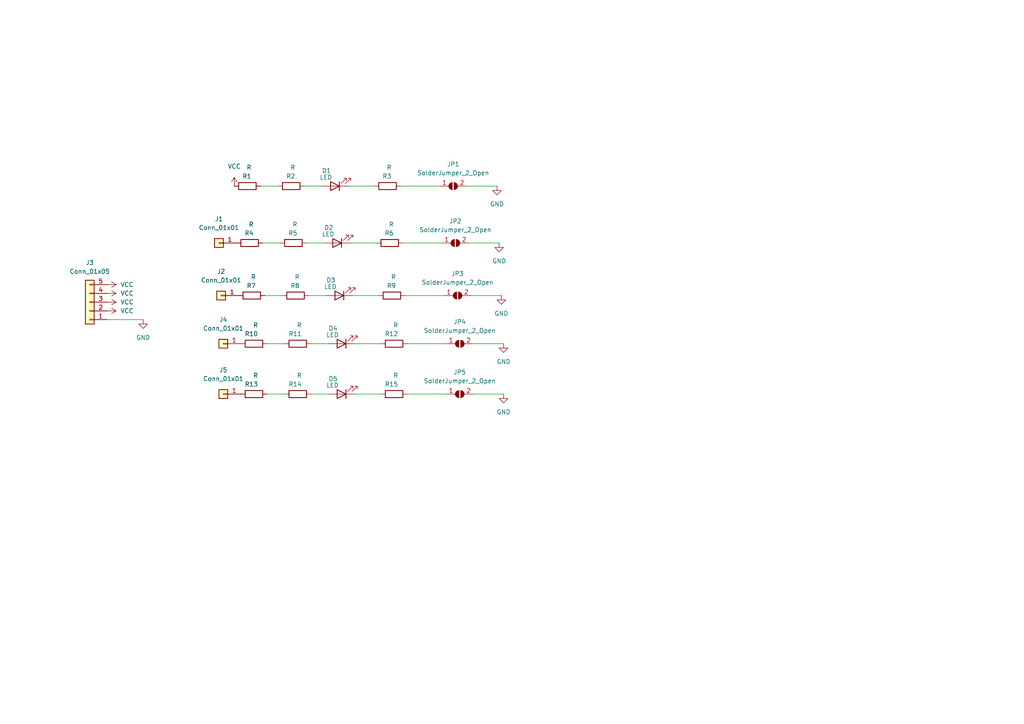
<source format=kicad_sch>
(kicad_sch (version 20211123) (generator eeschema)
  (paper "A4")
  (lib_symbols
    (symbol "Connector_Generic:Conn_01x01" (pin_names (offset 1.016) hide)
      (property "Reference" "J" (at 0 2.54 0))
      (property "Value" "Conn_01x01" (at 0 -2.54 0))
      (symbol "Conn_01x01_1_1"
        (rectangle (start -1.27 0.127) (end 0 -0.127) (stroke (width 0.1524)))
        (rectangle (start -1.27 1.27) (end 1.27 -1.27) (stroke (width 0.254)) (fill (type background)))
        (pin passive line (at -5.08 0 0) (length 3.81) (name "Pin_1") (number "1"))
      )
    )
    (symbol "Connector_Generic:Conn_01x05" (pin_names (offset 1.016) hide)
      (property "Reference" "J" (at 0 7.62 0))
      (property "Value" "Conn_01x05" (at 0 -7.62 0))
      (symbol "Conn_01x05_1_1"
        (rectangle (start -1.27 -4.953) (end 0 -5.207) (stroke (width 0.1524)))
        (rectangle (start -1.27 -2.413) (end 0 -2.667) (stroke (width 0.1524)))
        (rectangle (start -1.27 0.127) (end 0 -0.127) (stroke (width 0.1524)))
        (rectangle (start -1.27 2.667) (end 0 2.413) (stroke (width 0.1524)))
        (rectangle (start -1.27 5.207) (end 0 4.953) (stroke (width 0.1524)))
        (rectangle (start -1.27 6.35) (end 1.27 -6.35) (stroke (width 0.254)) (fill (type background)))
        (pin passive line (at -5.08 5.08 0) (length 3.81) (name "Pin_1") (number "1"))
        (pin passive line (at -5.08 2.54 0) (length 3.81) (name "Pin_2") (number "2"))
        (pin passive line (at -5.08 0 0) (length 3.81) (name "Pin_3") (number "3"))
        (pin passive line (at -5.08 -2.54 0) (length 3.81) (name "Pin_4") (number "4"))
        (pin passive line (at -5.08 -5.08 0) (length 3.81) (name "Pin_5") (number "5"))
      )
    )
    (symbol "Device:LED" (pin_numbers hide) (pin_names (offset 1.016) hide)
      (property "Reference" "D" (at 0 2.54 0))
      (property "Value" "LED" (at 0 -2.54 0))
      (symbol "LED_0_1"
        (polyline (pts (xy -1.27 -1.27) (xy -1.27 1.27)) (stroke (width 0.254)))
        (polyline (pts (xy -1.27 0) (xy 1.27 0)))
        (polyline (pts (xy 1.27 -1.27) (xy 1.27 1.27) (xy -1.27 0) (xy 1.27 -1.27)) (stroke (width 0.254)))
        (polyline (pts (xy -3.048 -0.762) (xy -4.572 -2.286) (xy -3.81 -2.286) (xy -4.572 -2.286) (xy -4.572 -1.524)))
        (polyline (pts (xy -1.778 -0.762) (xy -3.302 -2.286) (xy -2.54 -2.286) (xy -3.302 -2.286) (xy -3.302 -1.524)))
      )
      (symbol "LED_1_1"
        (pin passive line (at -3.81 0 0) (length 2.54) (name "K") (number "1"))
        (pin passive line (at 3.81 0 180) (length 2.54) (name "A") (number "2"))
      )
    )
    (symbol "Device:R" (pin_numbers hide) (pin_names (offset 0))
      (property "Reference" "R" (at 2.032 0 90))
      (property "Value" "R" (at 0 0 90))
      (symbol "R_0_1"
        (rectangle (start -1.016 -2.54) (end 1.016 2.54) (stroke (width 0.254)))
      )
      (symbol "R_1_1"
        (pin passive line (at 0 3.81 270) (length 1.27) (name "~") (number "1"))
        (pin passive line (at 0 -3.81 90) (length 1.27) (name "~") (number "2"))
      )
    )
    (symbol "Jumper:SolderJumper_2_Open" (pin_names (offset 0) hide)
      (property "Reference" "JP" (at 0 2.032 0))
      (property "Value" "SolderJumper_2_Open" (at 0 -2.54 0))
      (symbol "SolderJumper_2_Open_0_1"
        (arc (start -0.254 1.016) (mid -1.27 0) (end -0.254 -1.016))
        (arc (start -0.254 1.016) (mid -1.27 0) (end -0.254 -1.016) (fill (type outline)))
        (polyline (pts (xy -0.254 1.016) (xy -0.254 -1.016)))
        (polyline (pts (xy 0.254 1.016) (xy 0.254 -1.016)))
        (arc (start 0.254 -1.016) (mid 1.27 0) (end 0.254 1.016))
        (arc (start 0.254 -1.016) (mid 1.27 0) (end 0.254 1.016) (fill (type outline)))
      )
      (symbol "SolderJumper_2_Open_1_1"
        (pin passive line (at -3.81 0 0) (length 2.54) (name "A") (number "1"))
        (pin passive line (at 3.81 0 180) (length 2.54) (name "B") (number "2"))
      )
    )
    (symbol "power:GND" (power) (pin_names (offset 0))
      (property "Value" "GND" (at 0 -3.81 0))
      (symbol "GND_0_1"
        (polyline (pts (xy 0 0) (xy 0 -1.27) (xy 1.27 -1.27) (xy 0 -2.54) (xy -1.27 -1.27) (xy 0 -1.27)))
      )
      (symbol "GND_1_1"
        (pin power_in line (at 0 0 270) (length 0) hide (name "GND") (number "1"))
      )
    )
    (symbol "power:VCC" (power) (pin_names (offset 0))
      (property "Value" "VCC" (at 0 3.81 0))
      (symbol "VCC_0_1"
        (polyline (pts (xy -0.762 1.27) (xy 0 2.54)))
        (polyline (pts (xy 0 0) (xy 0 2.54)))
        (polyline (pts (xy 0 2.54) (xy 0.762 1.27)))
      )
      (symbol "VCC_1_1"
        (pin power_in line (at 0 0 90) (length 0) hide (name "VCC") (number "1"))
      )
    )
  )
  (wire (pts (xy 118.11 99.695) (xy 129.54 99.695)))
  (wire (pts (xy 101.6 70.485) (xy 109.22 70.485)))
  (wire (pts (xy 102.235 85.725) (xy 109.855 85.725)))
  (wire (pts (xy 146.05 114.3) (xy 137.16 114.3)))
  (wire (pts (xy 102.87 99.695) (xy 110.49 99.695)))
  (wire (pts (xy 81.915 85.725) (xy 76.835 85.725)))
  (wire (pts (xy 80.645 53.975) (xy 75.565 53.975)))
  (wire (pts (xy 81.28 70.485) (xy 76.2 70.485)))
  (wire (pts (xy 82.55 99.695) (xy 77.47 99.695)))
  (wire (pts (xy 116.84 70.485) (xy 128.27 70.485)))
  (wire (pts (xy 102.87 114.3) (xy 110.49 114.3)))
  (wire (pts (xy 90.17 99.695) (xy 95.25 99.695)))
  (wire (pts (xy 88.265 53.975) (xy 93.345 53.975)))
  (wire (pts (xy 90.17 114.3) (xy 95.25 114.3)))
  (wire (pts (xy 41.529 92.71) (xy 31.115 92.71)))
  (wire (pts (xy 145.415 85.725) (xy 136.525 85.725)))
  (wire (pts (xy 144.78 70.485) (xy 135.89 70.485)))
  (wire (pts (xy 89.535 85.725) (xy 94.615 85.725)))
  (wire (pts (xy 144.145 53.975) (xy 135.255 53.975)))
  (wire (pts (xy 100.965 53.975) (xy 108.585 53.975)))
  (wire (pts (xy 146.05 99.695) (xy 137.16 99.695)))
  (wire (pts (xy 118.11 114.3) (xy 129.54 114.3)))
  (wire (pts (xy 116.205 53.975) (xy 127.635 53.975)))
  (wire (pts (xy 82.55 114.3) (xy 77.47 114.3)))
  (wire (pts (xy 88.9 70.485) (xy 93.98 70.485)))
  (wire (pts (xy 117.475 85.725) (xy 128.905 85.725)))
  (symbol (lib_id "Jumper:SolderJumper_2_Open") (at 133.35 99.695 0) (unit 1)
    (property "Reference" "JP4" (at 133.35 93.345 0))
    (property "Value" "SolderJumper_2_Open" (at 133.35 95.885 0))
    (property "Footprint" "Jumper:SolderJumper-2_P1.3mm_Open_Pad1.0x1.5mm" (effects hide))
  )
  (symbol (lib_id "Device:R") (at 86.36 99.695 90) (unit 1)
    (property "Reference" "R11" (at 87.5665 96.8376 90) (effects (justify left)))
    (property "Value" "R" (at 87.5665 94.2976 90) (effects (justify left)))
    (property "Footprint" "Resistor_THT:R_Axial_DIN0411_L9.9mm_D3.6mm_P12.70mm_Horizontal" (effects hide))
  )
  (symbol (lib_id "Device:R") (at 73.66 99.695 90) (unit 1)
    (property "Reference" "R10" (at 74.8665 96.8376 90) (effects (justify left)))
    (property "Value" "R" (at 74.8665 94.2976 90) (effects (justify left)))
    (property "Footprint" "Resistor_THT:R_Axial_DIN0411_L9.9mm_D3.6mm_P7.62mm_Vertical" (effects hide))
  )
  (symbol (lib_id "Jumper:SolderJumper_2_Open") (at 132.08 70.485 0) (unit 1)
    (property "Reference" "JP2" (at 132.08 64.135 0))
    (property "Value" "SolderJumper_2_Open" (at 132.08 66.675 0))
    (property "Footprint" "Jumper:SolderJumper-2_P1.3mm_Open_Pad1.0x1.5mm" (effects hide))
  )
  (symbol (lib_id "power:GND") (at 41.529 92.71 0) (unit 1)
    (property "Reference" "#PWR010" (effects hide))
    (property "Value" "GND" (at 41.529 97.917 0))
  )
  (symbol (lib_id "Device:LED") (at 99.06 99.695 180) (unit 1)
    (property "Reference" "D4" (at 95.25 95.25 0) (effects (justify right)))
    (property "Value" "LED" (at 94.615 97.155 0) (effects (justify right)))
    (property "Footprint" "LED_SMD:LED_0603_1608Metric_Pad1.05x0.95mm_HandSolder" (effects hide))
  )
  (symbol (lib_id "Device:R") (at 71.755 53.975 90) (unit 1)
    (property "Reference" "R1" (at 72.9615 51.1176 90) (effects (justify left)))
    (property "Value" "R" (at 72.9615 48.5776 90) (effects (justify left)))
    (property "Footprint" "Resistor_THT:R_Axial_DIN0411_L9.9mm_D3.6mm_P7.62mm_Vertical" (effects hide))
  )
  (symbol (lib_id "Connector_Generic:Conn_01x01") (at 64.77 99.695 180) (unit 1)
    (property "Reference" "J4" (at 64.77 92.71 0))
    (property "Value" "Conn_01x01" (at 64.77 95.25 0))
    (property "Footprint" "Connector_PinSocket_2.00mm:PinSocket_1x01_P2.00mm_Vertical" (effects hide))
  )
  (symbol (lib_id "Connector_Generic:Conn_01x05") (at 26.035 87.63 180) (unit 1)
    (property "Reference" "J3" (at 26.035 76.2 0))
    (property "Value" "Conn_01x05" (at 26.035 78.74 0))
    (property "Footprint" "Connector_Wire:SolderWire-1.5sqmm_1x05_P6mm_D1.7mm_OD3mm" (effects hide))
  )
  (symbol (lib_id "Jumper:SolderJumper_2_Open") (at 133.35 114.3 0) (unit 1)
    (property "Reference" "JP5" (at 133.35 107.95 0))
    (property "Value" "SolderJumper_2_Open" (at 133.35 110.49 0))
    (property "Footprint" "Jumper:SolderJumper-2_P1.3mm_Open_RoundedPad1.0x1.5mm" (effects hide))
  )
  (symbol (lib_id "Connector_Generic:Conn_01x01") (at 63.5 70.485 180) (unit 1)
    (property "Reference" "J1" (at 63.5 63.5 0))
    (property "Value" "Conn_01x01" (at 63.5 66.04 0))
    (property "Footprint" "Connector_PinSocket_2.00mm:PinSocket_1x01_P2.00mm_Vertical" (effects hide))
  )
  (symbol (lib_id "power:GND") (at 146.05 114.3 0) (unit 1)
    (property "Reference" "#PWR012" (effects hide))
    (property "Value" "GND" (at 146.05 119.507 0))
  )
  (symbol (lib_id "power:VCC") (at 31.115 82.55 270) (unit 1)
    (property "Reference" "#PWR05" (effects hide))
    (property "Value" "VCC" (at 34.925 82.5499 90) (effects (justify left)))
  )
  (symbol (lib_id "Device:LED") (at 98.425 85.725 180) (unit 1)
    (property "Reference" "D3" (at 94.615 81.28 0) (effects (justify right)))
    (property "Value" "LED" (at 93.98 83.185 0) (effects (justify right)))
    (property "Footprint" "LED_SMD:LED_0603_1608Metric_Pad1.05x0.95mm_HandSolder" (effects hide))
  )
  (symbol (lib_id "power:VCC") (at 31.115 87.63 270) (unit 1)
    (property "Reference" "#PWR08" (effects hide))
    (property "Value" "VCC" (at 34.925 87.6299 90) (effects (justify left)))
  )
  (symbol (lib_id "power:GND") (at 144.78 70.485 0) (unit 1)
    (property "Reference" "#PWR03" (effects hide))
    (property "Value" "GND" (at 144.78 75.692 0))
  )
  (symbol (lib_id "Device:LED") (at 99.06 114.3 180) (unit 1)
    (property "Reference" "D5" (at 95.25 109.855 0) (effects (justify right)))
    (property "Value" "LED" (at 94.615 111.76 0) (effects (justify right)))
    (property "Footprint" "LED_SMD:LED_0603_1608Metric_Pad1.05x0.95mm_HandSolder" (effects hide))
  )
  (symbol (lib_id "Connector_Generic:Conn_01x01") (at 64.77 114.3 180) (unit 1)
    (property "Reference" "J5" (at 64.77 107.315 0))
    (property "Value" "Conn_01x01" (at 64.77 109.855 0))
    (property "Footprint" "Connector_PinSocket_2.00mm:PinSocket_1x01_P2.00mm_Vertical" (effects hide))
  )
  (symbol (lib_id "power:VCC") (at 31.115 85.09 270) (unit 1)
    (property "Reference" "#PWR06" (effects hide))
    (property "Value" "VCC" (at 34.925 85.0899 90) (effects (justify left)))
  )
  (symbol (lib_id "power:GND") (at 145.415 85.725 0) (unit 1)
    (property "Reference" "#PWR07" (effects hide))
    (property "Value" "GND" (at 145.415 90.932 0))
  )
  (symbol (lib_id "Device:R") (at 85.09 70.485 90) (unit 1)
    (property "Reference" "R5" (at 86.2965 67.6276 90) (effects (justify left)))
    (property "Value" "R" (at 86.2965 65.0876 90) (effects (justify left)))
    (property "Footprint" "Resistor_THT:R_Axial_DIN0411_L9.9mm_D3.6mm_P12.70mm_Horizontal" (effects hide))
  )
  (symbol (lib_id "Connector_Generic:Conn_01x01") (at 64.135 85.725 180) (unit 1)
    (property "Reference" "J2" (at 64.135 78.74 0))
    (property "Value" "Conn_01x01" (at 64.135 81.28 0))
    (property "Footprint" "Connector_PinSocket_2.00mm:PinSocket_1x01_P2.00mm_Vertical" (effects hide))
  )
  (symbol (lib_id "Device:LED") (at 97.79 70.485 180) (unit 1)
    (property "Reference" "D2" (at 93.98 66.04 0) (effects (justify right)))
    (property "Value" "LED" (at 93.345 67.945 0) (effects (justify right)))
    (property "Footprint" "LED_SMD:LED_0603_1608Metric_Pad1.05x0.95mm_HandSolder" (effects hide))
  )
  (symbol (lib_id "Device:R") (at 73.025 85.725 90) (unit 1)
    (property "Reference" "R7" (at 74.2315 82.8676 90) (effects (justify left)))
    (property "Value" "R" (at 74.2315 80.3276 90) (effects (justify left)))
    (property "Footprint" "Resistor_THT:R_Axial_DIN0411_L9.9mm_D3.6mm_P7.62mm_Vertical" (effects hide))
  )
  (symbol (lib_id "Device:R") (at 85.725 85.725 90) (unit 1)
    (property "Reference" "R8" (at 86.9315 82.8676 90) (effects (justify left)))
    (property "Value" "R" (at 86.9315 80.3276 90) (effects (justify left)))
    (property "Footprint" "Resistor_THT:R_Axial_DIN0411_L9.9mm_D3.6mm_P12.70mm_Horizontal" (effects hide))
  )
  (symbol (lib_id "Device:R") (at 112.395 53.975 90) (unit 1)
    (property "Reference" "R3" (at 113.6015 51.1176 90) (effects (justify left)))
    (property "Value" "R" (at 113.6015 48.5776 90) (effects (justify left)))
    (property "Footprint" "Resistor_SMD:R_0603_1608Metric_Pad0.98x0.95mm_HandSolder" (effects hide))
  )
  (symbol (lib_id "Device:R") (at 114.3 99.695 90) (unit 1)
    (property "Reference" "R12" (at 115.5065 96.8376 90) (effects (justify left)))
    (property "Value" "R" (at 115.5065 94.2976 90) (effects (justify left)))
    (property "Footprint" "Resistor_SMD:R_0603_1608Metric_Pad0.98x0.95mm_HandSolder" (effects hide))
  )
  (symbol (lib_id "Device:LED") (at 97.155 53.975 180) (unit 1)
    (property "Reference" "D1" (at 93.345 49.53 0) (effects (justify right)))
    (property "Value" "LED" (at 92.71 51.435 0) (effects (justify right)))
    (property "Footprint" "LED_SMD:LED_0603_1608Metric_Pad1.05x0.95mm_HandSolder" (effects hide))
  )
  (symbol (lib_id "Jumper:SolderJumper_2_Open") (at 132.715 85.725 0) (unit 1)
    (property "Reference" "JP3" (at 132.715 79.375 0))
    (property "Value" "SolderJumper_2_Open" (at 132.715 81.915 0))
    (property "Footprint" "Jumper:SolderJumper-2_P1.3mm_Open_RoundedPad1.0x1.5mm" (effects hide))
  )
  (symbol (lib_id "power:GND") (at 144.145 53.975 0) (unit 1)
    (property "Reference" "#PWR02" (effects hide))
    (property "Value" "GND" (at 144.145 59.182 0))
  )
  (symbol (lib_id "Device:R") (at 113.665 85.725 90) (unit 1)
    (property "Reference" "R9" (at 114.8715 82.8676 90) (effects (justify left)))
    (property "Value" "R" (at 114.8715 80.3276 90) (effects (justify left)))
    (property "Footprint" "Resistor_SMD:R_0603_1608Metric_Pad0.98x0.95mm_HandSolder" (effects hide))
  )
  (symbol (lib_id "Device:R") (at 72.39 70.485 90) (unit 1)
    (property "Reference" "R4" (at 73.5965 67.6276 90) (effects (justify left)))
    (property "Value" "R" (at 73.5965 65.0876 90) (effects (justify left)))
    (property "Footprint" "Resistor_THT:R_Axial_DIN0411_L9.9mm_D3.6mm_P7.62mm_Vertical" (effects hide))
  )
  (symbol (lib_id "power:VCC") (at 31.115 90.17 270) (unit 1)
    (property "Reference" "#PWR09" (effects hide))
    (property "Value" "VCC" (at 34.925 90.1699 90) (effects (justify left)))
  )
  (symbol (lib_id "power:GND") (at 146.05 99.695 0) (unit 1)
    (property "Reference" "#PWR011" (effects hide))
    (property "Value" "GND" (at 146.05 104.902 0))
  )
  (symbol (lib_id "Device:R") (at 73.66 114.3 90) (unit 1)
    (property "Reference" "R13" (at 74.8665 111.4426 90) (effects (justify left)))
    (property "Value" "R" (at 74.8665 108.9026 90) (effects (justify left)))
    (property "Footprint" "Resistor_THT:R_Axial_DIN0411_L9.9mm_D3.6mm_P7.62mm_Vertical" (effects hide))
  )
  (symbol (lib_id "power:VCC") (at 67.945 53.975 0) (unit 1)
    (property "Reference" "#PWR01" (effects hide))
    (property "Value" "VCC" (at 67.945 48.26 0))
  )
  (symbol (lib_id "Device:R") (at 84.455 53.975 90) (unit 1)
    (property "Reference" "R2" (at 85.6615 51.1176 90) (effects (justify left)))
    (property "Value" "R" (at 85.6615 48.5776 90) (effects (justify left)))
    (property "Footprint" "Resistor_THT:R_Axial_DIN0411_L9.9mm_D3.6mm_P12.70mm_Horizontal" (effects hide))
  )
  (symbol (lib_id "Device:R") (at 113.03 70.485 90) (unit 1)
    (property "Reference" "R6" (at 114.2365 67.6276 90) (effects (justify left)))
    (property "Value" "R" (at 114.2365 65.0876 90) (effects (justify left)))
    (property "Footprint" "Resistor_SMD:R_0603_1608Metric_Pad0.98x0.95mm_HandSolder" (effects hide))
  )
  (symbol (lib_id "Jumper:SolderJumper_2_Open") (at 131.445 53.975 0) (unit 1)
    (property "Reference" "JP1" (at 131.445 47.625 0))
    (property "Value" "SolderJumper_2_Open" (at 131.445 50.165 0))
    (property "Footprint" "Jumper:SolderJumper-2_P1.3mm_Open_RoundedPad1.0x1.5mm" (effects hide))
  )
  (symbol (lib_id "Device:R") (at 86.36 114.3 90) (unit 1)
    (property "Reference" "R14" (at 87.5665 111.4426 90) (effects (justify left)))
    (property "Value" "R" (at 87.5665 108.9026 90) (effects (justify left)))
    (property "Footprint" "Resistor_THT:R_Axial_DIN0411_L9.9mm_D3.6mm_P12.70mm_Horizontal" (effects hide))
  )
  (symbol (lib_id "Device:R") (at 114.3 114.3 90) (unit 1)
    (property "Reference" "R15" (at 115.5065 111.4426 90) (effects (justify left)))
    (property "Value" "R" (at 115.5065 108.9026 90) (effects (justify left)))
    (property "Footprint" "Resistor_SMD:R_0603_1608Metric_Pad0.98x0.95mm_HandSolder" (effects hide))
  )
)
</source>
